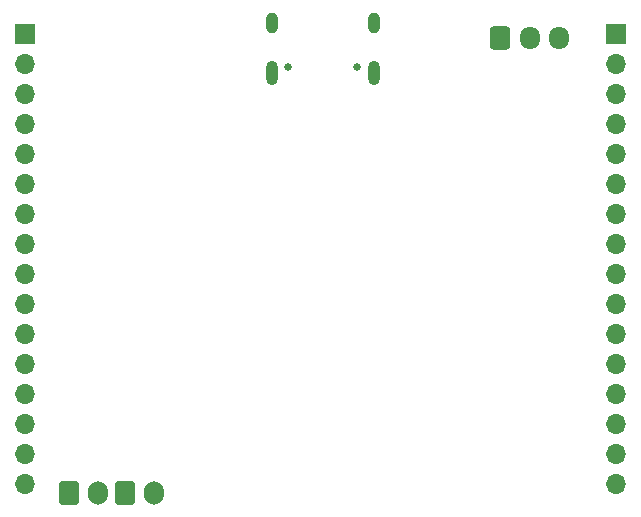
<source format=gbr>
%TF.GenerationSoftware,KiCad,Pcbnew,8.99.0-2608-ga0707285a1*%
%TF.CreationDate,2024-10-09T18:54:20+07:00*%
%TF.ProjectId,dev_Board_8khz,6465765f-426f-4617-9264-5f386b687a2e,rev?*%
%TF.SameCoordinates,Original*%
%TF.FileFunction,Soldermask,Bot*%
%TF.FilePolarity,Negative*%
%FSLAX46Y46*%
G04 Gerber Fmt 4.6, Leading zero omitted, Abs format (unit mm)*
G04 Created by KiCad (PCBNEW 8.99.0-2608-ga0707285a1) date 2024-10-09 18:54:20*
%MOMM*%
%LPD*%
G01*
G04 APERTURE LIST*
G04 Aperture macros list*
%AMRoundRect*
0 Rectangle with rounded corners*
0 $1 Rounding radius*
0 $2 $3 $4 $5 $6 $7 $8 $9 X,Y pos of 4 corners*
0 Add a 4 corners polygon primitive as box body*
4,1,4,$2,$3,$4,$5,$6,$7,$8,$9,$2,$3,0*
0 Add four circle primitives for the rounded corners*
1,1,$1+$1,$2,$3*
1,1,$1+$1,$4,$5*
1,1,$1+$1,$6,$7*
1,1,$1+$1,$8,$9*
0 Add four rect primitives between the rounded corners*
20,1,$1+$1,$2,$3,$4,$5,0*
20,1,$1+$1,$4,$5,$6,$7,0*
20,1,$1+$1,$6,$7,$8,$9,0*
20,1,$1+$1,$8,$9,$2,$3,0*%
G04 Aperture macros list end*
%ADD10C,0.650000*%
%ADD11O,1.000000X2.100000*%
%ADD12O,1.000000X1.800000*%
%ADD13RoundRect,0.250000X-0.600000X-0.725000X0.600000X-0.725000X0.600000X0.725000X-0.600000X0.725000X0*%
%ADD14O,1.700000X1.950000*%
%ADD15RoundRect,0.250000X-0.600000X-0.750000X0.600000X-0.750000X0.600000X0.750000X-0.600000X0.750000X0*%
%ADD16O,1.700000X2.000000*%
%ADD17R,1.700000X1.700000*%
%ADD18O,1.700000X1.700000*%
G04 APERTURE END LIST*
D10*
%TO.C,Jd1*%
X169640000Y-64605000D03*
X163860000Y-64605000D03*
D11*
X171070000Y-65125000D03*
D12*
X171070000Y-60925000D03*
D11*
X162430000Y-65125000D03*
D12*
X162430000Y-60925000D03*
%TD*%
D13*
%TO.C,J1*%
X181770000Y-62170000D03*
D14*
X184270000Y-62170000D03*
X186770000Y-62170000D03*
%TD*%
D15*
%TO.C,RST*%
X150000000Y-100700000D03*
D16*
X152500000Y-100700000D03*
%TD*%
D15*
%TO.C,BOOT0*%
X145250000Y-100700000D03*
D16*
X147750000Y-100700000D03*
%TD*%
D17*
%TO.C,J2*%
X191570000Y-61880000D03*
D18*
X191570000Y-64420000D03*
X191570000Y-66960000D03*
X191570000Y-69500000D03*
X191570000Y-72040000D03*
X191570000Y-74580000D03*
X191570000Y-77120000D03*
X191570000Y-79660000D03*
X191570000Y-82200000D03*
X191570000Y-84740000D03*
X191570000Y-87280000D03*
X191570000Y-89820000D03*
X191570000Y-92360000D03*
X191570000Y-94900000D03*
X191570000Y-97440000D03*
X191570000Y-99980000D03*
%TD*%
D17*
%TO.C,J3*%
X141580000Y-61880000D03*
D18*
X141580000Y-64420000D03*
X141580000Y-66960000D03*
X141580000Y-69500000D03*
X141580000Y-72040000D03*
X141580000Y-74580000D03*
X141580000Y-77120000D03*
X141580000Y-79660000D03*
X141580000Y-82200000D03*
X141580000Y-84740000D03*
X141580000Y-87280000D03*
X141580000Y-89820000D03*
X141580000Y-92360000D03*
X141580000Y-94900000D03*
X141580000Y-97440000D03*
X141580000Y-99980000D03*
%TD*%
M02*

</source>
